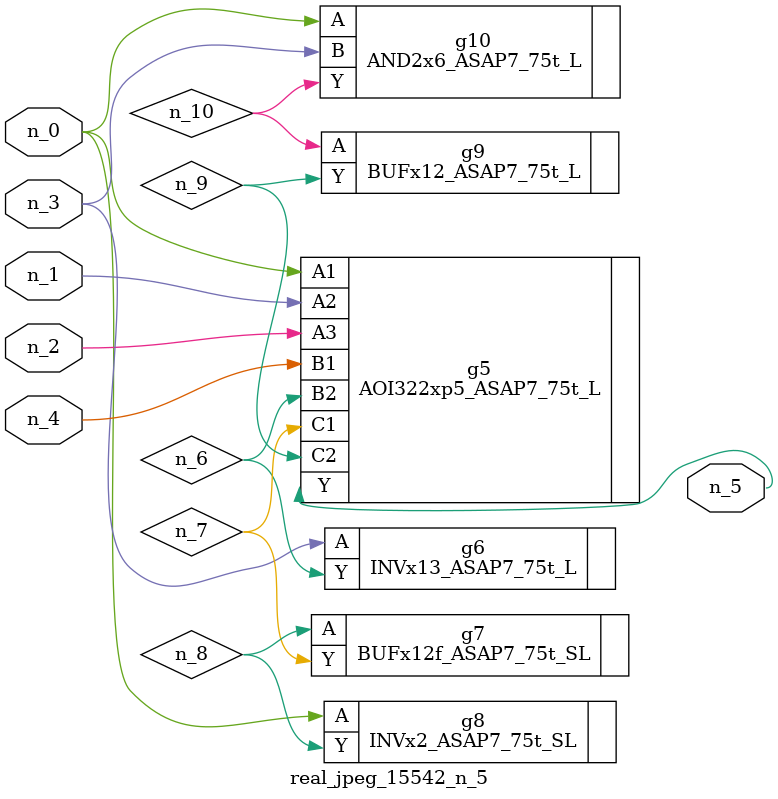
<source format=v>
module real_jpeg_15542_n_5 (n_4, n_0, n_1, n_2, n_3, n_5);

input n_4;
input n_0;
input n_1;
input n_2;
input n_3;

output n_5;

wire n_8;
wire n_6;
wire n_7;
wire n_10;
wire n_9;

AOI322xp5_ASAP7_75t_L g5 ( 
.A1(n_0),
.A2(n_1),
.A3(n_2),
.B1(n_4),
.B2(n_6),
.C1(n_7),
.C2(n_9),
.Y(n_5)
);

INVx2_ASAP7_75t_SL g8 ( 
.A(n_0),
.Y(n_8)
);

AND2x6_ASAP7_75t_L g10 ( 
.A(n_0),
.B(n_3),
.Y(n_10)
);

INVx13_ASAP7_75t_L g6 ( 
.A(n_3),
.Y(n_6)
);

BUFx12f_ASAP7_75t_SL g7 ( 
.A(n_8),
.Y(n_7)
);

BUFx12_ASAP7_75t_L g9 ( 
.A(n_10),
.Y(n_9)
);


endmodule
</source>
